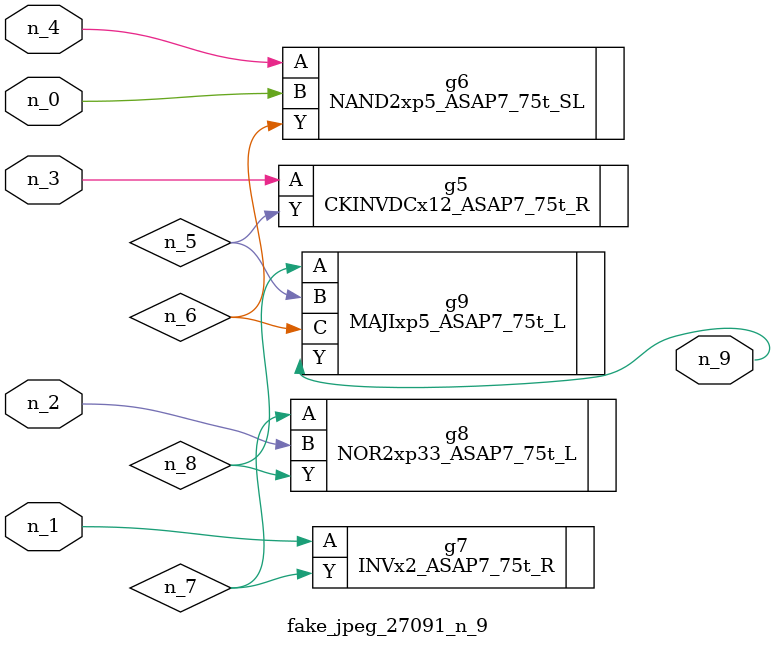
<source format=v>
module fake_jpeg_27091_n_9 (n_3, n_2, n_1, n_0, n_4, n_9);

input n_3;
input n_2;
input n_1;
input n_0;
input n_4;

output n_9;

wire n_8;
wire n_6;
wire n_5;
wire n_7;

CKINVDCx12_ASAP7_75t_R g5 ( 
.A(n_3),
.Y(n_5)
);

NAND2xp5_ASAP7_75t_SL g6 ( 
.A(n_4),
.B(n_0),
.Y(n_6)
);

INVx2_ASAP7_75t_R g7 ( 
.A(n_1),
.Y(n_7)
);

NOR2xp33_ASAP7_75t_L g8 ( 
.A(n_7),
.B(n_2),
.Y(n_8)
);

MAJIxp5_ASAP7_75t_L g9 ( 
.A(n_8),
.B(n_5),
.C(n_6),
.Y(n_9)
);


endmodule
</source>
